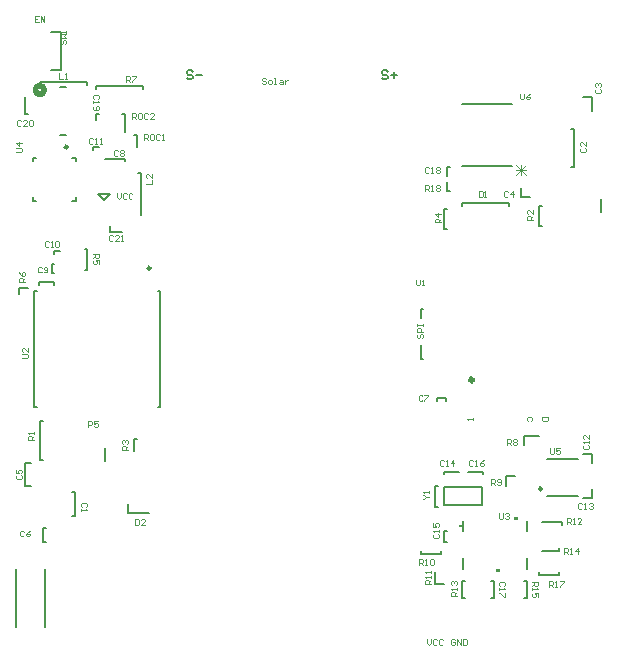
<source format=gbr>
G04*
G04 #@! TF.GenerationSoftware,Altium Limited,Altium Designer,25.8.1 (18)*
G04*
G04 Layer_Color=65535*
%FSLAX25Y25*%
%MOIN*%
G70*
G04*
G04 #@! TF.SameCoordinates,505960B2-D5C5-487F-9968-D24D6DC54575*
G04*
G04*
G04 #@! TF.FilePolarity,Positive*
G04*
G01*
G75*
%ADD10C,0.02000*%
%ADD11C,0.00984*%
%ADD12C,0.01500*%
%ADD13C,0.00600*%
%ADD14C,0.00787*%
%ADD15C,0.00598*%
%ADD16C,0.00500*%
%ADD17C,0.00300*%
%ADD18C,0.00197*%
%ADD19C,0.00315*%
G36*
X162418Y26566D02*
X160918D01*
Y25567D01*
X162418D01*
Y26566D01*
D02*
G37*
G36*
X168324Y42766D02*
X166824D01*
Y43766D01*
X168324D01*
Y42766D01*
D02*
G37*
D10*
X10437Y186213D02*
G03*
X10437Y186213I-1500J0D01*
G01*
D11*
X45892Y126861D02*
G03*
X45892Y126861I-492J0D01*
G01*
X18209Y167224D02*
G03*
X18209Y167224I-492J0D01*
G01*
X176279Y53248D02*
G03*
X176279Y53248I-492J0D01*
G01*
D12*
X153276Y89567D02*
G03*
X153276Y89567I-500J0D01*
G01*
D13*
X12530Y205618D02*
X16051D01*
X12530Y192807D02*
X16051D01*
Y205618D01*
X149524Y160811D02*
X166224D01*
X149524Y181511D02*
X166224D01*
X149934Y39071D02*
Y42667D01*
X171434Y39071D02*
Y42667D01*
Y26667D02*
Y30262D01*
X149934Y26667D02*
Y30262D01*
X855Y7144D02*
Y26714D01*
X10555Y7144D02*
Y26714D01*
D14*
X49140Y80502D02*
Y119085D01*
X7014Y80502D02*
X7900D01*
X48254D02*
X49140D01*
X7014D02*
Y119085D01*
X7900D01*
X48254D02*
X49140D01*
X19744Y163681D02*
X20965D01*
X6594D02*
X7815D01*
X6594Y149311D02*
Y150531D01*
Y162461D02*
Y163681D01*
X19744Y149311D02*
X20965D01*
X6594D02*
X7815D01*
X20965D02*
Y150531D01*
Y162461D02*
Y163681D01*
X177953Y63189D02*
X188189D01*
X177953Y50984D02*
X188189D01*
X30655Y62466D02*
Y66797D01*
X196063Y145472D02*
Y149803D01*
X15748Y187205D02*
X17717D01*
X15748Y171063D02*
X17717D01*
X124934Y192388D02*
X124409Y192912D01*
X123359D01*
X122835Y192388D01*
Y191863D01*
X123359Y191338D01*
X124409D01*
X124934Y190813D01*
Y190289D01*
X124409Y189764D01*
X123359D01*
X122835Y190289D01*
X125983Y191338D02*
X128082D01*
X127033Y192388D02*
Y190289D01*
X59973Y192388D02*
X59448Y192912D01*
X58399D01*
X57874Y192388D01*
Y191863D01*
X58399Y191338D01*
X59448D01*
X59973Y190813D01*
Y190289D01*
X59448Y189764D01*
X58399D01*
X57874Y190289D01*
X61023Y191338D02*
X63122D01*
D15*
X20669Y44291D02*
Y52165D01*
X19685Y44291D02*
X20669D01*
X19685Y52165D02*
X20669D01*
X135827Y113189D02*
X136811D01*
X135827Y110236D02*
Y113189D01*
Y96457D02*
X136811D01*
X135827D02*
Y101378D01*
X1969Y120079D02*
X4921D01*
X1969Y118110D02*
Y120079D01*
X144685Y157480D02*
Y160433D01*
X165354Y147638D02*
Y148622D01*
X144685Y160433D02*
X145669D01*
X164173Y57480D02*
X167323D01*
X27559Y176181D02*
Y178150D01*
X28543D01*
X13780Y131496D02*
Y132677D01*
X12992Y125197D02*
X13780D01*
X24016Y133071D02*
X24803D01*
X12992Y125197D02*
Y128347D01*
X8858Y62992D02*
X9843D01*
X8858D02*
Y75787D01*
X9843D01*
X3937Y54134D02*
X5906D01*
X3937D02*
Y62008D01*
X5906D01*
X9843Y35433D02*
X10827D01*
X9843D02*
Y40354D01*
X144685Y152559D02*
X145669D01*
X24803Y126378D02*
Y133071D01*
X13780Y132677D02*
X15748D01*
X24016Y126378D02*
X24803D01*
X144685Y152559D02*
Y155512D01*
X143701Y139764D02*
X144685D01*
X149606Y148622D02*
X165354D01*
X8858Y187992D02*
Y188976D01*
X40354Y171260D02*
X41339D01*
X12992Y128347D02*
X13780D01*
X8858Y188976D02*
X24606D01*
Y187992D02*
Y188976D01*
X28346Y151575D02*
X30315Y149606D01*
X3937Y178150D02*
X4921D01*
X30315Y149606D02*
X32283Y151575D01*
X28346D02*
X32283D01*
X3937Y178150D02*
Y184055D01*
X143701Y139764D02*
Y146653D01*
X149606Y147638D02*
Y148622D01*
X41339Y167323D02*
Y171260D01*
X42520Y144685D02*
Y158465D01*
X32283Y138779D02*
X36220D01*
X30512Y163386D02*
X37402D01*
X26575Y167323D02*
X28543D01*
X41535Y158465D02*
X42520D01*
X36417Y178150D02*
X37402D01*
Y162402D02*
Y163386D01*
X32283Y138779D02*
Y140748D01*
X37402Y172244D02*
Y178150D01*
X143701Y146653D02*
X144685D01*
X43307Y186614D02*
Y187598D01*
X27559D02*
X43307D01*
X27559Y186614D02*
Y187598D01*
X9843Y40354D02*
X10827D01*
X40354Y65945D02*
Y69882D01*
X41339D01*
X13679Y121363D02*
Y122347D01*
X8758D02*
X13679D01*
X8758Y121363D02*
Y122347D01*
X144193Y82677D02*
Y83661D01*
X141240D02*
X144193D01*
X141240Y82677D02*
Y83661D01*
X170276Y70866D02*
X175197D01*
X170276Y67913D02*
Y70866D01*
X192913Y62008D02*
Y64961D01*
X189961D02*
X192913D01*
Y50197D02*
Y53150D01*
X189961Y50197D02*
X192913D01*
X183071Y41339D02*
Y42323D01*
X176181D02*
X183071D01*
X182087Y32480D02*
Y33465D01*
X176181Y32480D02*
X182087D01*
X26575Y166339D02*
Y167323D01*
X175197Y24606D02*
X176181D01*
X175197D02*
Y25591D01*
X182087Y24606D02*
Y25591D01*
X176181Y24606D02*
X182087D01*
X170276Y16732D02*
X171260D01*
Y22638D01*
X170276D02*
X171260D01*
X159449Y16732D02*
X160433D01*
Y22638D01*
X159449D02*
X160433D01*
X149606Y16732D02*
X150591D01*
X149606D02*
Y22638D01*
X150591D01*
X142717Y31496D02*
Y32480D01*
X135827Y31496D02*
X142717D01*
X135827D02*
Y32480D01*
X140748Y21654D02*
X143701D01*
X140748D02*
Y25591D01*
X143701Y35433D02*
X144685D01*
X143701D02*
Y39370D01*
X144685D01*
X140748Y47244D02*
X141732D01*
X140748D02*
Y54134D01*
X141732D01*
X156496Y58071D02*
Y59055D01*
X151575D02*
X156496D01*
X143701D02*
X148622D01*
X143701Y58071D02*
Y59055D01*
X192913Y179134D02*
Y184055D01*
X189961D02*
X192913D01*
X186024Y160433D02*
X187008D01*
Y173228D01*
X186024D02*
X187008D01*
X175197Y140748D02*
X176181D01*
X175197D02*
Y147638D01*
X176181D01*
X169291Y150591D02*
X172244D01*
X169291D02*
Y153543D01*
X164173Y54331D02*
Y57480D01*
X38386Y45276D02*
X45276D01*
X38386D02*
Y48228D01*
D16*
X156300Y47837D02*
Y53737D01*
X143700D02*
X156300D01*
X143700Y47837D02*
Y53737D01*
Y47837D02*
X156300D01*
D17*
X170849Y157796D02*
X167517Y161128D01*
X170849D02*
X167517Y157796D01*
X170849Y159462D02*
X167517D01*
X169183Y161128D02*
Y157796D01*
D18*
X148676Y41294D02*
X149201Y40769D01*
X148676D02*
X149201Y41294D01*
X148676Y41031D02*
X149201D01*
X148939Y40769D02*
Y41294D01*
D19*
X134856Y104973D02*
X134528Y104645D01*
Y103989D01*
X134856Y103661D01*
X135184D01*
X135512Y103989D01*
Y104645D01*
X135840Y104973D01*
X136168D01*
X136496Y104645D01*
Y103989D01*
X136168Y103661D01*
X136496Y105629D02*
X134528D01*
Y106613D01*
X134856Y106941D01*
X135512D01*
X135840Y106613D01*
Y105629D01*
X134528Y107597D02*
Y108253D01*
Y107925D01*
X136496D01*
Y107597D01*
Y108253D01*
X39685Y176496D02*
Y178464D01*
X40669D01*
X40997Y178136D01*
Y177480D01*
X40669Y177152D01*
X39685D01*
X40341D02*
X40997Y176496D01*
X42637Y178464D02*
X41981D01*
X41653Y178136D01*
Y176824D01*
X41981Y176496D01*
X42637D01*
X42965Y176824D01*
Y178136D01*
X42637Y178464D01*
X44933Y178136D02*
X44605Y178464D01*
X43949D01*
X43621Y178136D01*
Y176824D01*
X43949Y176496D01*
X44605D01*
X44933Y176824D01*
X46900Y176496D02*
X45589D01*
X46900Y177808D01*
Y178136D01*
X46573Y178464D01*
X45917D01*
X45589Y178136D01*
X43622Y169606D02*
Y171574D01*
X44606D01*
X44934Y171246D01*
Y170590D01*
X44606Y170262D01*
X43622D01*
X44278D02*
X44934Y169606D01*
X46574Y171574D02*
X45918D01*
X45590Y171246D01*
Y169934D01*
X45918Y169606D01*
X46574D01*
X46902Y169934D01*
Y171246D01*
X46574Y171574D01*
X48870Y171246D02*
X48542Y171574D01*
X47886D01*
X47558Y171246D01*
Y169934D01*
X47886Y169606D01*
X48542D01*
X48870Y169934D01*
X49526Y169606D02*
X50182D01*
X49854D01*
Y171574D01*
X49526Y171246D01*
X34567Y151889D02*
Y150577D01*
X35223Y149921D01*
X35879Y150577D01*
Y151889D01*
X37847Y151561D02*
X37519Y151889D01*
X36863D01*
X36535Y151561D01*
Y150249D01*
X36863Y149921D01*
X37519D01*
X37847Y150249D01*
X39815Y151561D02*
X39487Y151889D01*
X38831D01*
X38503Y151561D01*
Y150249D01*
X38831Y149921D01*
X39487D01*
X39815Y150249D01*
X8517Y210944D02*
X7205D01*
Y208976D01*
X8517D01*
X7205Y209960D02*
X7861D01*
X9173Y208976D02*
Y210944D01*
X10485Y208976D01*
Y210944D01*
X84304Y189947D02*
X83976Y190275D01*
X83320D01*
X82992Y189947D01*
Y189619D01*
X83320Y189291D01*
X83976D01*
X84304Y188963D01*
Y188635D01*
X83976Y188307D01*
X83320D01*
X82992Y188635D01*
X85288Y188307D02*
X85944D01*
X86272Y188635D01*
Y189291D01*
X85944Y189619D01*
X85288D01*
X84960Y189291D01*
Y188635D01*
X85288Y188307D01*
X86928D02*
X87584D01*
X87256D01*
Y190275D01*
X86928D01*
X88896Y189619D02*
X89552D01*
X89880Y189291D01*
Y188307D01*
X88896D01*
X88568Y188635D01*
X88896Y188963D01*
X89880D01*
X90536Y189619D02*
Y188307D01*
Y188963D01*
X90864Y189291D01*
X91192Y189619D01*
X91519D01*
X147296Y2939D02*
X146968Y3267D01*
X146312D01*
X145984Y2939D01*
Y1627D01*
X146312Y1299D01*
X146968D01*
X147296Y1627D01*
Y2283D01*
X146640D01*
X147952Y1299D02*
Y3267D01*
X149264Y1299D01*
Y3267D01*
X149920D02*
Y1299D01*
X150904D01*
X151232Y1627D01*
Y2939D01*
X150904Y3267D01*
X149920D01*
X138110D02*
Y1955D01*
X138766Y1299D01*
X139422Y1955D01*
Y3267D01*
X141390Y2939D02*
X141062Y3267D01*
X140406D01*
X140078Y2939D01*
Y1627D01*
X140406Y1299D01*
X141062D01*
X141390Y1627D01*
X143358Y2939D02*
X143030Y3267D01*
X142374D01*
X142046Y2939D01*
Y1627D01*
X142374Y1299D01*
X143030D01*
X143358Y1627D01*
X172821Y75834D02*
X173149Y76162D01*
Y76818D01*
X172821Y77146D01*
X171509D01*
X171181Y76818D01*
Y76162D01*
X171509Y75834D01*
X178267Y77146D02*
X176299D01*
Y76162D01*
X176627Y75834D01*
X177939D01*
X178267Y76162D01*
Y77146D01*
X153228Y76102D02*
Y76758D01*
Y76430D01*
X151260D01*
X151588Y76102D01*
X985Y165683D02*
X2624D01*
X2952Y166011D01*
Y166667D01*
X2624Y166995D01*
X985D01*
X2952Y168635D02*
X985D01*
X1969Y167651D01*
Y168963D01*
X16076Y202756D02*
X15748Y202428D01*
Y201772D01*
X16076Y201444D01*
X16404D01*
X16732Y201772D01*
Y202428D01*
X17060Y202756D01*
X17388D01*
X17716Y202428D01*
Y201772D01*
X17388Y201444D01*
X15748Y203412D02*
X17716D01*
X17060Y204068D01*
X17716Y204724D01*
X15748D01*
X17716Y205380D02*
Y206036D01*
Y205708D01*
X15748D01*
X16076Y205380D01*
X15420Y191929D02*
Y189961D01*
X16732D01*
X17388D02*
X18044D01*
X17716D01*
Y191929D01*
X17388Y191601D01*
X44488Y154856D02*
X46456D01*
Y156168D01*
Y158136D02*
Y156824D01*
X45145Y158136D01*
X44816D01*
X44488Y157808D01*
Y157152D01*
X44816Y156824D01*
X33268Y137467D02*
X32940Y137795D01*
X32284D01*
X31956Y137467D01*
Y136155D01*
X32284Y135827D01*
X32940D01*
X33268Y136155D01*
X35236Y135827D02*
X33924D01*
X35236Y137139D01*
Y137467D01*
X34908Y137795D01*
X34252D01*
X33924Y137467D01*
X35892Y135827D02*
X36548D01*
X36220D01*
Y137795D01*
X35892Y137467D01*
X2625Y175853D02*
X2297Y176181D01*
X1641D01*
X1313Y175853D01*
Y174541D01*
X1641Y174213D01*
X2297D01*
X2625Y174541D01*
X4593Y174213D02*
X3281D01*
X4593Y175525D01*
Y175853D01*
X4265Y176181D01*
X3609D01*
X3281Y175853D01*
X5249D02*
X5577Y176181D01*
X6233D01*
X6561Y175853D01*
Y174541D01*
X6233Y174213D01*
X5577D01*
X5249Y174541D01*
Y175853D01*
X28215Y183235D02*
X28543Y183563D01*
Y184219D01*
X28215Y184546D01*
X26903D01*
X26575Y184219D01*
Y183563D01*
X26903Y183235D01*
X26575Y182579D02*
Y181923D01*
Y182251D01*
X28543D01*
X28215Y182579D01*
X26903Y180939D02*
X26575Y180611D01*
Y179955D01*
X26903Y179627D01*
X28215D01*
X28543Y179955D01*
Y180611D01*
X28215Y180939D01*
X27887D01*
X27559Y180611D01*
Y179627D01*
X3609Y39042D02*
X3281Y39370D01*
X2625D01*
X2297Y39042D01*
Y37730D01*
X2625Y37402D01*
X3281D01*
X3609Y37730D01*
X5577Y39370D02*
X4921Y39042D01*
X4265Y38386D01*
Y37730D01*
X4593Y37402D01*
X5249D01*
X5577Y37730D01*
Y38058D01*
X5249Y38386D01*
X4265D01*
X1312Y57743D02*
X985Y57415D01*
Y56759D01*
X1312Y56431D01*
X2624D01*
X2952Y56759D01*
Y57415D01*
X2624Y57743D01*
X985Y59711D02*
Y58399D01*
X1969D01*
X1640Y59055D01*
Y59383D01*
X1969Y59711D01*
X2624D01*
X2952Y59383D01*
Y58727D01*
X2624Y58399D01*
X165026Y152231D02*
X164698Y152559D01*
X164042D01*
X163715Y152231D01*
Y150919D01*
X164042Y150591D01*
X164698D01*
X165026Y150919D01*
X166666Y150591D02*
Y152559D01*
X165682Y151575D01*
X166994D01*
X194226Y186680D02*
X193898Y186352D01*
Y185696D01*
X194226Y185368D01*
X195538D01*
X195866Y185696D01*
Y186352D01*
X195538Y186680D01*
X194226Y187336D02*
X193898Y187664D01*
Y188320D01*
X194226Y188648D01*
X194554D01*
X194882Y188320D01*
Y187992D01*
Y188320D01*
X195210Y188648D01*
X195538D01*
X195866Y188320D01*
Y187664D01*
X195538Y187336D01*
X189305Y166995D02*
X188977Y166667D01*
Y166011D01*
X189305Y165683D01*
X190617D01*
X190945Y166011D01*
Y166667D01*
X190617Y166995D01*
X190945Y168963D02*
Y167651D01*
X189633Y168963D01*
X189305D01*
X188977Y168635D01*
Y167979D01*
X189305Y167651D01*
X24278Y47244D02*
X24606Y47572D01*
Y48228D01*
X24278Y48556D01*
X22966D01*
X22638Y48228D01*
Y47572D01*
X22966Y47244D01*
X22638Y46588D02*
Y45932D01*
Y46260D01*
X24606D01*
X24278Y46588D01*
X40683Y43307D02*
Y41339D01*
X41667D01*
X41995Y41667D01*
Y42979D01*
X41667Y43307D01*
X40683D01*
X43963Y41339D02*
X42651D01*
X43963Y42651D01*
Y42979D01*
X43635Y43307D01*
X42979D01*
X42651Y42979D01*
X155184Y152559D02*
Y150591D01*
X156168D01*
X156496Y150919D01*
Y152231D01*
X156168Y152559D01*
X155184D01*
X157152Y150591D02*
X157808D01*
X157480D01*
Y152559D01*
X157152Y152231D01*
X2953Y96785D02*
X4593D01*
X4921Y97113D01*
Y97769D01*
X4593Y98097D01*
X2953D01*
X4921Y100065D02*
Y98753D01*
X3609Y100065D01*
X3281D01*
X2953Y99737D01*
Y99081D01*
X3281Y98753D01*
X24935Y73819D02*
Y75787D01*
X25919D01*
X26247Y75459D01*
Y74803D01*
X25919Y74475D01*
X24935D01*
X28215Y75787D02*
X26903D01*
Y74803D01*
X27559Y75131D01*
X27887D01*
X28215Y74803D01*
Y74147D01*
X27887Y73819D01*
X27231D01*
X26903Y74147D01*
X37730Y188977D02*
Y190945D01*
X38714D01*
X39042Y190617D01*
Y189961D01*
X38714Y189633D01*
X37730D01*
X38386D02*
X39042Y188977D01*
X39698Y190945D02*
X41010D01*
Y190617D01*
X39698Y189305D01*
Y188977D01*
X134239Y123031D02*
Y121391D01*
X134567Y121063D01*
X135223D01*
X135551Y121391D01*
Y123031D01*
X136207Y121063D02*
X136863D01*
X136535D01*
Y123031D01*
X136207Y122703D01*
X136811Y49869D02*
X137139D01*
X137795Y50525D01*
X137139Y51181D01*
X136811D01*
X137795Y50525D02*
X138779D01*
Y51837D02*
Y52493D01*
Y52165D01*
X136811D01*
X137139Y51837D01*
X168927Y185039D02*
Y183399D01*
X169255Y183071D01*
X169911D01*
X170239Y183399D01*
Y185039D01*
X172207D02*
X171551Y184711D01*
X170895Y184055D01*
Y183399D01*
X171223Y183071D01*
X171879D01*
X172207Y183399D01*
Y183727D01*
X171879Y184055D01*
X170895D01*
X179069Y66732D02*
Y65092D01*
X179397Y64764D01*
X180053D01*
X180381Y65092D01*
Y66732D01*
X182349D02*
X181037D01*
Y65748D01*
X181693Y66076D01*
X182021D01*
X182349Y65748D01*
Y65092D01*
X182021Y64764D01*
X181365D01*
X181037Y65092D01*
X162140Y45078D02*
Y43439D01*
X162468Y43111D01*
X163124D01*
X163452Y43439D01*
Y45078D01*
X164108Y44750D02*
X164436Y45078D01*
X165091D01*
X165419Y44750D01*
Y44423D01*
X165091Y44094D01*
X164763D01*
X165091D01*
X165419Y43766D01*
Y43439D01*
X165091Y43111D01*
X164436D01*
X164108Y43439D01*
X137304Y152559D02*
Y154527D01*
X138288D01*
X138616Y154199D01*
Y153543D01*
X138288Y153215D01*
X137304D01*
X137960D02*
X138616Y152559D01*
X139272D02*
X139928D01*
X139600D01*
Y154527D01*
X139272Y154199D01*
X140912D02*
X141240Y154527D01*
X141896D01*
X142224Y154199D01*
Y153871D01*
X141896Y153543D01*
X142224Y153215D01*
Y152887D01*
X141896Y152559D01*
X141240D01*
X140912Y152887D01*
Y153215D01*
X141240Y153543D01*
X140912Y153871D01*
Y154199D01*
X141240Y153543D02*
X141896D01*
X178642Y20670D02*
Y22637D01*
X179627D01*
X179954Y22309D01*
Y21654D01*
X179627Y21326D01*
X178642D01*
X179298D02*
X179954Y20670D01*
X180610D02*
X181266D01*
X180938D01*
Y22637D01*
X180610Y22309D01*
X182250Y22637D02*
X183562D01*
Y22309D01*
X182250Y20998D01*
Y20670D01*
X173032Y22145D02*
X175000D01*
Y21161D01*
X174672Y20833D01*
X174016D01*
X173688Y21161D01*
Y22145D01*
Y21489D02*
X173032Y20833D01*
Y20177D02*
Y19521D01*
Y19849D01*
X175000D01*
X174672Y20177D01*
X175000Y17225D02*
Y18537D01*
X174016D01*
X174344Y17881D01*
Y17553D01*
X174016Y17225D01*
X173360D01*
X173032Y17553D01*
Y18209D01*
X173360Y18537D01*
X183761Y31693D02*
Y33661D01*
X184745D01*
X185073Y33333D01*
Y32677D01*
X184745Y32349D01*
X183761D01*
X184417D02*
X185073Y31693D01*
X185729D02*
X186384D01*
X186056D01*
Y33661D01*
X185729Y33333D01*
X188352Y31693D02*
Y33661D01*
X187368Y32677D01*
X188680D01*
X147834Y17619D02*
X145867D01*
Y18603D01*
X146194Y18931D01*
X146850D01*
X147178Y18603D01*
Y17619D01*
Y18275D02*
X147834Y18931D01*
Y19587D02*
Y20243D01*
Y19915D01*
X145867D01*
X146194Y19587D01*
Y21227D02*
X145867Y21555D01*
Y22211D01*
X146194Y22539D01*
X146522D01*
X146850Y22211D01*
Y21883D01*
Y22211D01*
X147178Y22539D01*
X147506D01*
X147834Y22211D01*
Y21555D01*
X147506Y21227D01*
X184548Y41536D02*
Y43504D01*
X185532D01*
X185860Y43176D01*
Y42520D01*
X185532Y42192D01*
X184548D01*
X185204D02*
X185860Y41536D01*
X186516D02*
X187172D01*
X186844D01*
Y43504D01*
X186516Y43176D01*
X189468Y41536D02*
X188156D01*
X189468Y42848D01*
Y43176D01*
X189140Y43504D01*
X188484D01*
X188156Y43176D01*
X139173Y21490D02*
X137205D01*
Y22474D01*
X137533Y22802D01*
X138189D01*
X138517Y22474D01*
Y21490D01*
Y22146D02*
X139173Y22802D01*
Y23458D02*
Y24114D01*
Y23786D01*
X137205D01*
X137533Y23458D01*
X139173Y25098D02*
Y25754D01*
Y25426D01*
X137205D01*
X137533Y25098D01*
X135335Y27756D02*
Y29724D01*
X136319D01*
X136647Y29396D01*
Y28740D01*
X136319Y28412D01*
X135335D01*
X135991D02*
X136647Y27756D01*
X137303D02*
X137959D01*
X137631D01*
Y29724D01*
X137303Y29396D01*
X138943D02*
X139271Y29724D01*
X139927D01*
X140255Y29396D01*
Y28084D01*
X139927Y27756D01*
X139271D01*
X138943Y28084D01*
Y29396D01*
X159384Y54528D02*
Y56496D01*
X160368D01*
X160696Y56168D01*
Y55512D01*
X160368Y55184D01*
X159384D01*
X160040D02*
X160696Y54528D01*
X161352Y54856D02*
X161680Y54528D01*
X162336D01*
X162663Y54856D01*
Y56168D01*
X162336Y56496D01*
X161680D01*
X161352Y56168D01*
Y55840D01*
X161680Y55512D01*
X162663D01*
X164699Y67914D02*
Y69882D01*
X165683D01*
X166011Y69554D01*
Y68898D01*
X165683Y68570D01*
X164699D01*
X165355D02*
X166011Y67914D01*
X166667Y69554D02*
X166995Y69882D01*
X167650D01*
X167979Y69554D01*
Y69226D01*
X167650Y68898D01*
X167979Y68570D01*
Y68242D01*
X167650Y67914D01*
X166995D01*
X166667Y68242D01*
Y68570D01*
X166995Y68898D01*
X166667Y69226D01*
Y69554D01*
X166995Y68898D02*
X167650D01*
X3937Y122376D02*
X1969D01*
Y123360D01*
X2297Y123688D01*
X2953D01*
X3281Y123360D01*
Y122376D01*
Y123032D02*
X3937Y123688D01*
X1969Y125656D02*
X2297Y125000D01*
X2953Y124344D01*
X3609D01*
X3937Y124672D01*
Y125328D01*
X3609Y125656D01*
X3281D01*
X2953Y125328D01*
Y124344D01*
X26575Y131561D02*
X28543D01*
Y130577D01*
X28215Y130249D01*
X27559D01*
X27231Y130577D01*
Y131561D01*
Y130905D02*
X26575Y130249D01*
X28543Y128281D02*
Y129593D01*
X27559D01*
X27887Y128937D01*
Y128609D01*
X27559Y128281D01*
X26903D01*
X26575Y128609D01*
Y129265D01*
X26903Y129593D01*
X142716Y142061D02*
X140748D01*
Y143045D01*
X141076Y143373D01*
X141732D01*
X142060Y143045D01*
Y142061D01*
Y142717D02*
X142716Y143373D01*
Y145013D02*
X140748D01*
X141732Y144029D01*
Y145341D01*
X38385Y66273D02*
X36418D01*
Y67257D01*
X36746Y67585D01*
X37402D01*
X37729Y67257D01*
Y66273D01*
Y66929D02*
X38385Y67585D01*
X36746Y68241D02*
X36418Y68569D01*
Y69225D01*
X36746Y69553D01*
X37074D01*
X37402Y69225D01*
Y68897D01*
Y69225D01*
X37729Y69553D01*
X38058D01*
X38385Y69225D01*
Y68569D01*
X38058Y68241D01*
X173228Y143045D02*
X171260D01*
Y144029D01*
X171588Y144357D01*
X172244D01*
X172572Y144029D01*
Y143045D01*
Y143701D02*
X173228Y144357D01*
Y146325D02*
Y145013D01*
X171916Y146325D01*
X171588D01*
X171260Y145997D01*
Y145341D01*
X171588Y145013D01*
X6889Y69554D02*
X4922D01*
Y70538D01*
X5249Y70866D01*
X5906D01*
X6233Y70538D01*
Y69554D01*
Y70210D02*
X6889Y70866D01*
Y71522D02*
Y72178D01*
Y71850D01*
X4922D01*
X5249Y71522D01*
X138616Y160105D02*
X138288Y160433D01*
X137632D01*
X137304Y160105D01*
Y158793D01*
X137632Y158465D01*
X138288D01*
X138616Y158793D01*
X139272Y158465D02*
X139928D01*
X139600D01*
Y160433D01*
X139272Y160105D01*
X140912D02*
X141240Y160433D01*
X141896D01*
X142224Y160105D01*
Y159777D01*
X141896Y159449D01*
X142224Y159121D01*
Y158793D01*
X141896Y158465D01*
X141240D01*
X140912Y158793D01*
Y159121D01*
X141240Y159449D01*
X140912Y159777D01*
Y160105D01*
X141240Y159449D02*
X141896D01*
X163648Y20833D02*
X163976Y21161D01*
Y21817D01*
X163648Y22145D01*
X162336D01*
X162008Y21817D01*
Y21161D01*
X162336Y20833D01*
X162008Y20177D02*
Y19521D01*
Y19849D01*
X163976D01*
X163648Y20177D01*
X163976Y18537D02*
Y17225D01*
X163648D01*
X162336Y18537D01*
X162008D01*
X153380Y62664D02*
X153052Y62992D01*
X152396D01*
X152068Y62664D01*
Y61352D01*
X152396Y61024D01*
X153052D01*
X153380Y61352D01*
X154036Y61024D02*
X154692D01*
X154364D01*
Y62992D01*
X154036Y62664D01*
X156987Y62992D02*
X156331Y62664D01*
X155675Y62008D01*
Y61352D01*
X156003Y61024D01*
X156659D01*
X156987Y61352D01*
Y61680D01*
X156659Y62008D01*
X155675D01*
X140289Y38222D02*
X139961Y37894D01*
Y37238D01*
X140289Y36910D01*
X141601D01*
X141929Y37238D01*
Y37894D01*
X141601Y38222D01*
X141929Y38878D02*
Y39534D01*
Y39206D01*
X139961D01*
X140289Y38878D01*
X139961Y41830D02*
Y40518D01*
X140945D01*
X140617Y41174D01*
Y41502D01*
X140945Y41830D01*
X141601D01*
X141929Y41502D01*
Y40846D01*
X141601Y40518D01*
X143537Y62664D02*
X143209Y62992D01*
X142553D01*
X142225Y62664D01*
Y61352D01*
X142553Y61024D01*
X143209D01*
X143537Y61352D01*
X144193Y61024D02*
X144849D01*
X144521D01*
Y62992D01*
X144193Y62664D01*
X146817Y61024D02*
Y62992D01*
X145833Y62008D01*
X147145D01*
X189797Y48294D02*
X189469Y48622D01*
X188813D01*
X188485Y48294D01*
Y46982D01*
X188813Y46654D01*
X189469D01*
X189797Y46982D01*
X190453Y46654D02*
X191109D01*
X190781D01*
Y48622D01*
X190453Y48294D01*
X192093D02*
X192421Y48622D01*
X193077D01*
X193405Y48294D01*
Y47966D01*
X193077Y47638D01*
X192749D01*
X193077D01*
X193405Y47310D01*
Y46982D01*
X193077Y46654D01*
X192421D01*
X192093Y46982D01*
X190289Y67750D02*
X189961Y67422D01*
Y66766D01*
X190289Y66438D01*
X191601D01*
X191929Y66766D01*
Y67422D01*
X191601Y67750D01*
X191929Y68406D02*
Y69062D01*
Y68734D01*
X189961D01*
X190289Y68406D01*
X191929Y71358D02*
Y70046D01*
X190617Y71358D01*
X190289D01*
X189961Y71030D01*
Y70373D01*
X190289Y70046D01*
X26739Y169947D02*
X26411Y170275D01*
X25755D01*
X25427Y169947D01*
Y168635D01*
X25755Y168307D01*
X26411D01*
X26739Y168635D01*
X27395Y168307D02*
X28051D01*
X27723D01*
Y170275D01*
X27395Y169947D01*
X29035Y168307D02*
X29691D01*
X29363D01*
Y170275D01*
X29035Y169947D01*
X11844Y135695D02*
X11516Y136023D01*
X10860D01*
X10532Y135695D01*
Y134383D01*
X10860Y134055D01*
X11516D01*
X11844Y134383D01*
X12500Y134055D02*
X13156D01*
X12828D01*
Y136023D01*
X12500Y135695D01*
X14140D02*
X14468Y136023D01*
X15124D01*
X15452Y135695D01*
Y134383D01*
X15124Y134055D01*
X14468D01*
X14140Y134383D01*
Y135695D01*
X9515Y127034D02*
X9187Y127362D01*
X8531D01*
X8203Y127034D01*
Y125722D01*
X8531Y125394D01*
X9187D01*
X9515Y125722D01*
X10170D02*
X10498Y125394D01*
X11154D01*
X11482Y125722D01*
Y127034D01*
X11154Y127362D01*
X10498D01*
X10170Y127034D01*
Y126706D01*
X10498Y126378D01*
X11482D01*
X35105Y166010D02*
X34777Y166338D01*
X34121D01*
X33793Y166010D01*
Y164698D01*
X34121Y164370D01*
X34777D01*
X35105Y164698D01*
X35761Y166010D02*
X36089Y166338D01*
X36745D01*
X37073Y166010D01*
Y165682D01*
X36745Y165354D01*
X37073Y165026D01*
Y164698D01*
X36745Y164370D01*
X36089D01*
X35761Y164698D01*
Y165026D01*
X36089Y165354D01*
X35761Y165682D01*
Y166010D01*
X36089Y165354D02*
X36745D01*
X136483Y84317D02*
X136155Y84645D01*
X135499D01*
X135171Y84317D01*
Y83005D01*
X135499Y82678D01*
X136155D01*
X136483Y83005D01*
X137139Y84645D02*
X138451D01*
Y84317D01*
X137139Y83005D01*
Y82678D01*
M02*

</source>
